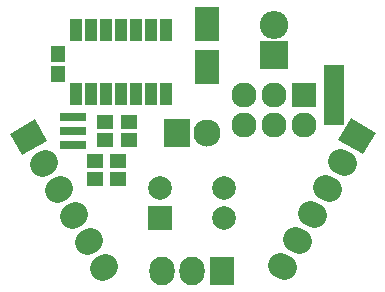
<source format=gts>
G04 #@! TF.FileFunction,Soldermask,Top*
%FSLAX46Y46*%
G04 Gerber Fmt 4.6, Leading zero omitted, Abs format (unit mm)*
G04 Created by KiCad (PCBNEW 4.0.2-stable) date Thursday, September 29, 2016 'amt' 01:44:10 am*
%MOMM*%
G01*
G04 APERTURE LIST*
%ADD10C,0.100000*%
%ADD11C,2.127200*%
%ADD12O,2.398980X2.398980*%
%ADD13R,2.398980X2.398980*%
%ADD14R,1.670000X1.365200*%
%ADD15R,1.150000X1.400000*%
%ADD16R,2.000000X2.000000*%
%ADD17C,2.000000*%
%ADD18R,2.127200X2.127200*%
%ADD19O,2.127200X2.127200*%
%ADD20R,1.400000X1.300000*%
%ADD21R,2.000200X3.000960*%
%ADD22R,1.000000X1.900000*%
%ADD23R,2.300000X0.800000*%
%ADD24R,2.300000X2.400000*%
%ADD25C,2.300000*%
%ADD26R,2.127200X2.432000*%
%ADD27O,2.127200X2.432000*%
G04 APERTURE END LIST*
D10*
G36*
X169865113Y-119997582D02*
X170928713Y-118155372D01*
X173034887Y-119371372D01*
X171971287Y-121213582D01*
X169865113Y-119997582D01*
X169865113Y-119997582D01*
G37*
D11*
X170048018Y-121807982D02*
X170311982Y-121960382D01*
X168778018Y-124007686D02*
X169041982Y-124160086D01*
X167508018Y-126207391D02*
X167771982Y-126359791D01*
X166238018Y-128407095D02*
X166501982Y-128559495D01*
X164968018Y-130606800D02*
X165231982Y-130759200D01*
D12*
X164465000Y-110236000D03*
D13*
X164465000Y-112776000D03*
D14*
X169545000Y-115570000D03*
D15*
X146177000Y-114388000D03*
X146177000Y-112688000D03*
D16*
X154730000Y-126619000D03*
D17*
X154730000Y-124079000D03*
X160230000Y-124079000D03*
X160230000Y-126619000D03*
D18*
X167005000Y-116205000D03*
D19*
X167005000Y-118745000D03*
X164465000Y-116205000D03*
X164465000Y-118745000D03*
X161925000Y-116205000D03*
X161925000Y-118745000D03*
D20*
X151241000Y-121793000D03*
X149241000Y-121793000D03*
D10*
G36*
X143115713Y-121294991D02*
X142052113Y-119452781D01*
X144158287Y-118236781D01*
X145221887Y-120078991D01*
X143115713Y-121294991D01*
X143115713Y-121294991D01*
G37*
D11*
X144775018Y-122041791D02*
X145038982Y-121889391D01*
X146045018Y-124241495D02*
X146308982Y-124089095D01*
X147315018Y-126441200D02*
X147578982Y-126288800D01*
X148585018Y-128640904D02*
X148848982Y-128488504D01*
X149855018Y-130840609D02*
X150118982Y-130688209D01*
D21*
X158750000Y-110213140D03*
X158750000Y-113814860D03*
D22*
X147701000Y-116111000D03*
X148971000Y-116111000D03*
X150241000Y-116111000D03*
X151511000Y-116111000D03*
X152781000Y-116111000D03*
X154051000Y-116111000D03*
X155321000Y-116111000D03*
X155321000Y-110711000D03*
X154051000Y-110711000D03*
X152781000Y-110711000D03*
X151511000Y-110711000D03*
X150241000Y-110711000D03*
X148971000Y-110711000D03*
X147701000Y-110711000D03*
D23*
X147447000Y-118053000D03*
X147447000Y-119253000D03*
X147447000Y-120453000D03*
D20*
X152130000Y-118491000D03*
X150130000Y-118491000D03*
X150130000Y-120015000D03*
X152130000Y-120015000D03*
X149241000Y-123317000D03*
X151241000Y-123317000D03*
D24*
X156210000Y-119380000D03*
D25*
X158750000Y-119380000D03*
D26*
X160020000Y-131064000D03*
D27*
X157480000Y-131064000D03*
X154940000Y-131064000D03*
D14*
X169545000Y-116776500D03*
X169545000Y-118046500D03*
X169545000Y-114363500D03*
M02*

</source>
